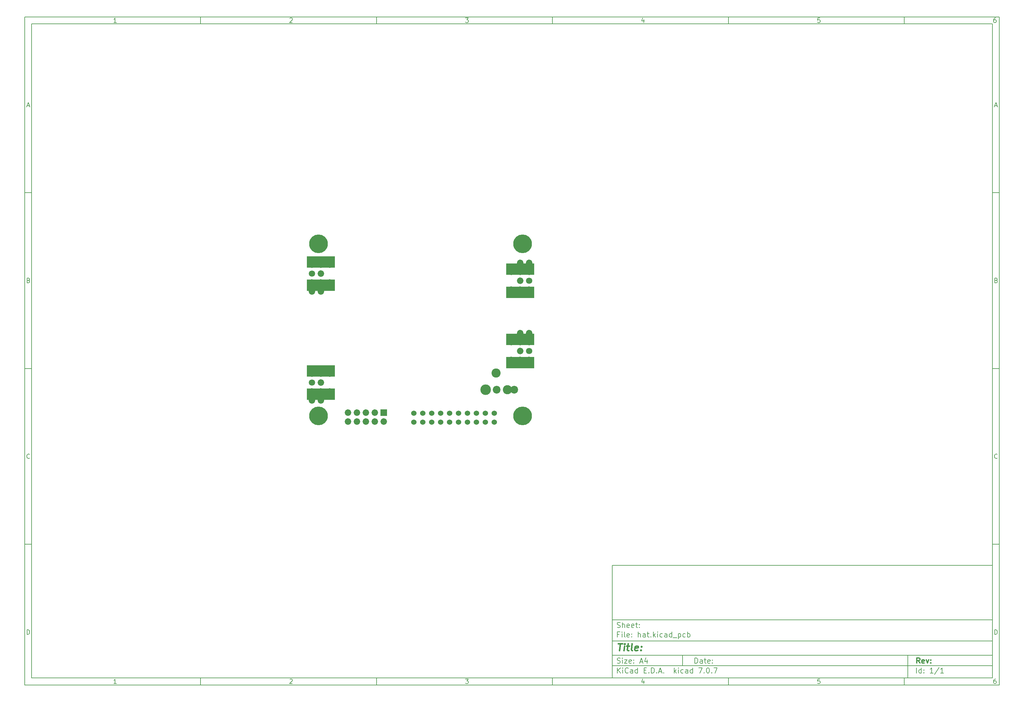
<source format=gbs>
%TF.GenerationSoftware,KiCad,Pcbnew,7.0.7*%
%TF.CreationDate,2023-12-26T13:29:34+01:00*%
%TF.ProjectId,hat,6861742e-6b69-4636-9164-5f7063625858,rev?*%
%TF.SameCoordinates,Original*%
%TF.FileFunction,Soldermask,Bot*%
%TF.FilePolarity,Negative*%
%FSLAX46Y46*%
G04 Gerber Fmt 4.6, Leading zero omitted, Abs format (unit mm)*
G04 Created by KiCad (PCBNEW 7.0.7) date 2023-12-26 13:29:34*
%MOMM*%
%LPD*%
G01*
G04 APERTURE LIST*
%ADD10C,0.100000*%
%ADD11C,0.150000*%
%ADD12C,0.300000*%
%ADD13C,0.400000*%
%ADD14C,1.800000*%
%ADD15C,1.850000*%
%ADD16R,8.000000X3.300000*%
%ADD17C,5.300000*%
%ADD18C,2.200000*%
%ADD19C,3.000000*%
%ADD20C,2.600000*%
%ADD21R,1.850000X1.850000*%
%ADD22C,1.524000*%
G04 APERTURE END LIST*
D10*
D11*
X177002200Y-166007200D02*
X285002200Y-166007200D01*
X285002200Y-198007200D01*
X177002200Y-198007200D01*
X177002200Y-166007200D01*
D10*
D11*
X10000000Y-10000000D02*
X287002200Y-10000000D01*
X287002200Y-200007200D01*
X10000000Y-200007200D01*
X10000000Y-10000000D01*
D10*
D11*
X12000000Y-12000000D02*
X285002200Y-12000000D01*
X285002200Y-198007200D01*
X12000000Y-198007200D01*
X12000000Y-12000000D01*
D10*
D11*
X60000000Y-12000000D02*
X60000000Y-10000000D01*
D10*
D11*
X110000000Y-12000000D02*
X110000000Y-10000000D01*
D10*
D11*
X160000000Y-12000000D02*
X160000000Y-10000000D01*
D10*
D11*
X210000000Y-12000000D02*
X210000000Y-10000000D01*
D10*
D11*
X260000000Y-12000000D02*
X260000000Y-10000000D01*
D10*
D11*
X36089160Y-11593604D02*
X35346303Y-11593604D01*
X35717731Y-11593604D02*
X35717731Y-10293604D01*
X35717731Y-10293604D02*
X35593922Y-10479319D01*
X35593922Y-10479319D02*
X35470112Y-10603128D01*
X35470112Y-10603128D02*
X35346303Y-10665033D01*
D10*
D11*
X85346303Y-10417414D02*
X85408207Y-10355509D01*
X85408207Y-10355509D02*
X85532017Y-10293604D01*
X85532017Y-10293604D02*
X85841541Y-10293604D01*
X85841541Y-10293604D02*
X85965350Y-10355509D01*
X85965350Y-10355509D02*
X86027255Y-10417414D01*
X86027255Y-10417414D02*
X86089160Y-10541223D01*
X86089160Y-10541223D02*
X86089160Y-10665033D01*
X86089160Y-10665033D02*
X86027255Y-10850747D01*
X86027255Y-10850747D02*
X85284398Y-11593604D01*
X85284398Y-11593604D02*
X86089160Y-11593604D01*
D10*
D11*
X135284398Y-10293604D02*
X136089160Y-10293604D01*
X136089160Y-10293604D02*
X135655826Y-10788842D01*
X135655826Y-10788842D02*
X135841541Y-10788842D01*
X135841541Y-10788842D02*
X135965350Y-10850747D01*
X135965350Y-10850747D02*
X136027255Y-10912652D01*
X136027255Y-10912652D02*
X136089160Y-11036461D01*
X136089160Y-11036461D02*
X136089160Y-11345985D01*
X136089160Y-11345985D02*
X136027255Y-11469795D01*
X136027255Y-11469795D02*
X135965350Y-11531700D01*
X135965350Y-11531700D02*
X135841541Y-11593604D01*
X135841541Y-11593604D02*
X135470112Y-11593604D01*
X135470112Y-11593604D02*
X135346303Y-11531700D01*
X135346303Y-11531700D02*
X135284398Y-11469795D01*
D10*
D11*
X185965350Y-10726938D02*
X185965350Y-11593604D01*
X185655826Y-10231700D02*
X185346303Y-11160271D01*
X185346303Y-11160271D02*
X186151064Y-11160271D01*
D10*
D11*
X236027255Y-10293604D02*
X235408207Y-10293604D01*
X235408207Y-10293604D02*
X235346303Y-10912652D01*
X235346303Y-10912652D02*
X235408207Y-10850747D01*
X235408207Y-10850747D02*
X235532017Y-10788842D01*
X235532017Y-10788842D02*
X235841541Y-10788842D01*
X235841541Y-10788842D02*
X235965350Y-10850747D01*
X235965350Y-10850747D02*
X236027255Y-10912652D01*
X236027255Y-10912652D02*
X236089160Y-11036461D01*
X236089160Y-11036461D02*
X236089160Y-11345985D01*
X236089160Y-11345985D02*
X236027255Y-11469795D01*
X236027255Y-11469795D02*
X235965350Y-11531700D01*
X235965350Y-11531700D02*
X235841541Y-11593604D01*
X235841541Y-11593604D02*
X235532017Y-11593604D01*
X235532017Y-11593604D02*
X235408207Y-11531700D01*
X235408207Y-11531700D02*
X235346303Y-11469795D01*
D10*
D11*
X285965350Y-10293604D02*
X285717731Y-10293604D01*
X285717731Y-10293604D02*
X285593922Y-10355509D01*
X285593922Y-10355509D02*
X285532017Y-10417414D01*
X285532017Y-10417414D02*
X285408207Y-10603128D01*
X285408207Y-10603128D02*
X285346303Y-10850747D01*
X285346303Y-10850747D02*
X285346303Y-11345985D01*
X285346303Y-11345985D02*
X285408207Y-11469795D01*
X285408207Y-11469795D02*
X285470112Y-11531700D01*
X285470112Y-11531700D02*
X285593922Y-11593604D01*
X285593922Y-11593604D02*
X285841541Y-11593604D01*
X285841541Y-11593604D02*
X285965350Y-11531700D01*
X285965350Y-11531700D02*
X286027255Y-11469795D01*
X286027255Y-11469795D02*
X286089160Y-11345985D01*
X286089160Y-11345985D02*
X286089160Y-11036461D01*
X286089160Y-11036461D02*
X286027255Y-10912652D01*
X286027255Y-10912652D02*
X285965350Y-10850747D01*
X285965350Y-10850747D02*
X285841541Y-10788842D01*
X285841541Y-10788842D02*
X285593922Y-10788842D01*
X285593922Y-10788842D02*
X285470112Y-10850747D01*
X285470112Y-10850747D02*
X285408207Y-10912652D01*
X285408207Y-10912652D02*
X285346303Y-11036461D01*
D10*
D11*
X60000000Y-198007200D02*
X60000000Y-200007200D01*
D10*
D11*
X110000000Y-198007200D02*
X110000000Y-200007200D01*
D10*
D11*
X160000000Y-198007200D02*
X160000000Y-200007200D01*
D10*
D11*
X210000000Y-198007200D02*
X210000000Y-200007200D01*
D10*
D11*
X260000000Y-198007200D02*
X260000000Y-200007200D01*
D10*
D11*
X36089160Y-199600804D02*
X35346303Y-199600804D01*
X35717731Y-199600804D02*
X35717731Y-198300804D01*
X35717731Y-198300804D02*
X35593922Y-198486519D01*
X35593922Y-198486519D02*
X35470112Y-198610328D01*
X35470112Y-198610328D02*
X35346303Y-198672233D01*
D10*
D11*
X85346303Y-198424614D02*
X85408207Y-198362709D01*
X85408207Y-198362709D02*
X85532017Y-198300804D01*
X85532017Y-198300804D02*
X85841541Y-198300804D01*
X85841541Y-198300804D02*
X85965350Y-198362709D01*
X85965350Y-198362709D02*
X86027255Y-198424614D01*
X86027255Y-198424614D02*
X86089160Y-198548423D01*
X86089160Y-198548423D02*
X86089160Y-198672233D01*
X86089160Y-198672233D02*
X86027255Y-198857947D01*
X86027255Y-198857947D02*
X85284398Y-199600804D01*
X85284398Y-199600804D02*
X86089160Y-199600804D01*
D10*
D11*
X135284398Y-198300804D02*
X136089160Y-198300804D01*
X136089160Y-198300804D02*
X135655826Y-198796042D01*
X135655826Y-198796042D02*
X135841541Y-198796042D01*
X135841541Y-198796042D02*
X135965350Y-198857947D01*
X135965350Y-198857947D02*
X136027255Y-198919852D01*
X136027255Y-198919852D02*
X136089160Y-199043661D01*
X136089160Y-199043661D02*
X136089160Y-199353185D01*
X136089160Y-199353185D02*
X136027255Y-199476995D01*
X136027255Y-199476995D02*
X135965350Y-199538900D01*
X135965350Y-199538900D02*
X135841541Y-199600804D01*
X135841541Y-199600804D02*
X135470112Y-199600804D01*
X135470112Y-199600804D02*
X135346303Y-199538900D01*
X135346303Y-199538900D02*
X135284398Y-199476995D01*
D10*
D11*
X185965350Y-198734138D02*
X185965350Y-199600804D01*
X185655826Y-198238900D02*
X185346303Y-199167471D01*
X185346303Y-199167471D02*
X186151064Y-199167471D01*
D10*
D11*
X236027255Y-198300804D02*
X235408207Y-198300804D01*
X235408207Y-198300804D02*
X235346303Y-198919852D01*
X235346303Y-198919852D02*
X235408207Y-198857947D01*
X235408207Y-198857947D02*
X235532017Y-198796042D01*
X235532017Y-198796042D02*
X235841541Y-198796042D01*
X235841541Y-198796042D02*
X235965350Y-198857947D01*
X235965350Y-198857947D02*
X236027255Y-198919852D01*
X236027255Y-198919852D02*
X236089160Y-199043661D01*
X236089160Y-199043661D02*
X236089160Y-199353185D01*
X236089160Y-199353185D02*
X236027255Y-199476995D01*
X236027255Y-199476995D02*
X235965350Y-199538900D01*
X235965350Y-199538900D02*
X235841541Y-199600804D01*
X235841541Y-199600804D02*
X235532017Y-199600804D01*
X235532017Y-199600804D02*
X235408207Y-199538900D01*
X235408207Y-199538900D02*
X235346303Y-199476995D01*
D10*
D11*
X285965350Y-198300804D02*
X285717731Y-198300804D01*
X285717731Y-198300804D02*
X285593922Y-198362709D01*
X285593922Y-198362709D02*
X285532017Y-198424614D01*
X285532017Y-198424614D02*
X285408207Y-198610328D01*
X285408207Y-198610328D02*
X285346303Y-198857947D01*
X285346303Y-198857947D02*
X285346303Y-199353185D01*
X285346303Y-199353185D02*
X285408207Y-199476995D01*
X285408207Y-199476995D02*
X285470112Y-199538900D01*
X285470112Y-199538900D02*
X285593922Y-199600804D01*
X285593922Y-199600804D02*
X285841541Y-199600804D01*
X285841541Y-199600804D02*
X285965350Y-199538900D01*
X285965350Y-199538900D02*
X286027255Y-199476995D01*
X286027255Y-199476995D02*
X286089160Y-199353185D01*
X286089160Y-199353185D02*
X286089160Y-199043661D01*
X286089160Y-199043661D02*
X286027255Y-198919852D01*
X286027255Y-198919852D02*
X285965350Y-198857947D01*
X285965350Y-198857947D02*
X285841541Y-198796042D01*
X285841541Y-198796042D02*
X285593922Y-198796042D01*
X285593922Y-198796042D02*
X285470112Y-198857947D01*
X285470112Y-198857947D02*
X285408207Y-198919852D01*
X285408207Y-198919852D02*
X285346303Y-199043661D01*
D10*
D11*
X10000000Y-60000000D02*
X12000000Y-60000000D01*
D10*
D11*
X10000000Y-110000000D02*
X12000000Y-110000000D01*
D10*
D11*
X10000000Y-160000000D02*
X12000000Y-160000000D01*
D10*
D11*
X10690476Y-35222176D02*
X11309523Y-35222176D01*
X10566666Y-35593604D02*
X10999999Y-34293604D01*
X10999999Y-34293604D02*
X11433333Y-35593604D01*
D10*
D11*
X11092857Y-84912652D02*
X11278571Y-84974557D01*
X11278571Y-84974557D02*
X11340476Y-85036461D01*
X11340476Y-85036461D02*
X11402380Y-85160271D01*
X11402380Y-85160271D02*
X11402380Y-85345985D01*
X11402380Y-85345985D02*
X11340476Y-85469795D01*
X11340476Y-85469795D02*
X11278571Y-85531700D01*
X11278571Y-85531700D02*
X11154761Y-85593604D01*
X11154761Y-85593604D02*
X10659523Y-85593604D01*
X10659523Y-85593604D02*
X10659523Y-84293604D01*
X10659523Y-84293604D02*
X11092857Y-84293604D01*
X11092857Y-84293604D02*
X11216666Y-84355509D01*
X11216666Y-84355509D02*
X11278571Y-84417414D01*
X11278571Y-84417414D02*
X11340476Y-84541223D01*
X11340476Y-84541223D02*
X11340476Y-84665033D01*
X11340476Y-84665033D02*
X11278571Y-84788842D01*
X11278571Y-84788842D02*
X11216666Y-84850747D01*
X11216666Y-84850747D02*
X11092857Y-84912652D01*
X11092857Y-84912652D02*
X10659523Y-84912652D01*
D10*
D11*
X11402380Y-135469795D02*
X11340476Y-135531700D01*
X11340476Y-135531700D02*
X11154761Y-135593604D01*
X11154761Y-135593604D02*
X11030952Y-135593604D01*
X11030952Y-135593604D02*
X10845238Y-135531700D01*
X10845238Y-135531700D02*
X10721428Y-135407890D01*
X10721428Y-135407890D02*
X10659523Y-135284080D01*
X10659523Y-135284080D02*
X10597619Y-135036461D01*
X10597619Y-135036461D02*
X10597619Y-134850747D01*
X10597619Y-134850747D02*
X10659523Y-134603128D01*
X10659523Y-134603128D02*
X10721428Y-134479319D01*
X10721428Y-134479319D02*
X10845238Y-134355509D01*
X10845238Y-134355509D02*
X11030952Y-134293604D01*
X11030952Y-134293604D02*
X11154761Y-134293604D01*
X11154761Y-134293604D02*
X11340476Y-134355509D01*
X11340476Y-134355509D02*
X11402380Y-134417414D01*
D10*
D11*
X10659523Y-185593604D02*
X10659523Y-184293604D01*
X10659523Y-184293604D02*
X10969047Y-184293604D01*
X10969047Y-184293604D02*
X11154761Y-184355509D01*
X11154761Y-184355509D02*
X11278571Y-184479319D01*
X11278571Y-184479319D02*
X11340476Y-184603128D01*
X11340476Y-184603128D02*
X11402380Y-184850747D01*
X11402380Y-184850747D02*
X11402380Y-185036461D01*
X11402380Y-185036461D02*
X11340476Y-185284080D01*
X11340476Y-185284080D02*
X11278571Y-185407890D01*
X11278571Y-185407890D02*
X11154761Y-185531700D01*
X11154761Y-185531700D02*
X10969047Y-185593604D01*
X10969047Y-185593604D02*
X10659523Y-185593604D01*
D10*
D11*
X287002200Y-60000000D02*
X285002200Y-60000000D01*
D10*
D11*
X287002200Y-110000000D02*
X285002200Y-110000000D01*
D10*
D11*
X287002200Y-160000000D02*
X285002200Y-160000000D01*
D10*
D11*
X285692676Y-35222176D02*
X286311723Y-35222176D01*
X285568866Y-35593604D02*
X286002199Y-34293604D01*
X286002199Y-34293604D02*
X286435533Y-35593604D01*
D10*
D11*
X286095057Y-84912652D02*
X286280771Y-84974557D01*
X286280771Y-84974557D02*
X286342676Y-85036461D01*
X286342676Y-85036461D02*
X286404580Y-85160271D01*
X286404580Y-85160271D02*
X286404580Y-85345985D01*
X286404580Y-85345985D02*
X286342676Y-85469795D01*
X286342676Y-85469795D02*
X286280771Y-85531700D01*
X286280771Y-85531700D02*
X286156961Y-85593604D01*
X286156961Y-85593604D02*
X285661723Y-85593604D01*
X285661723Y-85593604D02*
X285661723Y-84293604D01*
X285661723Y-84293604D02*
X286095057Y-84293604D01*
X286095057Y-84293604D02*
X286218866Y-84355509D01*
X286218866Y-84355509D02*
X286280771Y-84417414D01*
X286280771Y-84417414D02*
X286342676Y-84541223D01*
X286342676Y-84541223D02*
X286342676Y-84665033D01*
X286342676Y-84665033D02*
X286280771Y-84788842D01*
X286280771Y-84788842D02*
X286218866Y-84850747D01*
X286218866Y-84850747D02*
X286095057Y-84912652D01*
X286095057Y-84912652D02*
X285661723Y-84912652D01*
D10*
D11*
X286404580Y-135469795D02*
X286342676Y-135531700D01*
X286342676Y-135531700D02*
X286156961Y-135593604D01*
X286156961Y-135593604D02*
X286033152Y-135593604D01*
X286033152Y-135593604D02*
X285847438Y-135531700D01*
X285847438Y-135531700D02*
X285723628Y-135407890D01*
X285723628Y-135407890D02*
X285661723Y-135284080D01*
X285661723Y-135284080D02*
X285599819Y-135036461D01*
X285599819Y-135036461D02*
X285599819Y-134850747D01*
X285599819Y-134850747D02*
X285661723Y-134603128D01*
X285661723Y-134603128D02*
X285723628Y-134479319D01*
X285723628Y-134479319D02*
X285847438Y-134355509D01*
X285847438Y-134355509D02*
X286033152Y-134293604D01*
X286033152Y-134293604D02*
X286156961Y-134293604D01*
X286156961Y-134293604D02*
X286342676Y-134355509D01*
X286342676Y-134355509D02*
X286404580Y-134417414D01*
D10*
D11*
X285661723Y-185593604D02*
X285661723Y-184293604D01*
X285661723Y-184293604D02*
X285971247Y-184293604D01*
X285971247Y-184293604D02*
X286156961Y-184355509D01*
X286156961Y-184355509D02*
X286280771Y-184479319D01*
X286280771Y-184479319D02*
X286342676Y-184603128D01*
X286342676Y-184603128D02*
X286404580Y-184850747D01*
X286404580Y-184850747D02*
X286404580Y-185036461D01*
X286404580Y-185036461D02*
X286342676Y-185284080D01*
X286342676Y-185284080D02*
X286280771Y-185407890D01*
X286280771Y-185407890D02*
X286156961Y-185531700D01*
X286156961Y-185531700D02*
X285971247Y-185593604D01*
X285971247Y-185593604D02*
X285661723Y-185593604D01*
D10*
D11*
X200458026Y-193793328D02*
X200458026Y-192293328D01*
X200458026Y-192293328D02*
X200815169Y-192293328D01*
X200815169Y-192293328D02*
X201029455Y-192364757D01*
X201029455Y-192364757D02*
X201172312Y-192507614D01*
X201172312Y-192507614D02*
X201243741Y-192650471D01*
X201243741Y-192650471D02*
X201315169Y-192936185D01*
X201315169Y-192936185D02*
X201315169Y-193150471D01*
X201315169Y-193150471D02*
X201243741Y-193436185D01*
X201243741Y-193436185D02*
X201172312Y-193579042D01*
X201172312Y-193579042D02*
X201029455Y-193721900D01*
X201029455Y-193721900D02*
X200815169Y-193793328D01*
X200815169Y-193793328D02*
X200458026Y-193793328D01*
X202600884Y-193793328D02*
X202600884Y-193007614D01*
X202600884Y-193007614D02*
X202529455Y-192864757D01*
X202529455Y-192864757D02*
X202386598Y-192793328D01*
X202386598Y-192793328D02*
X202100884Y-192793328D01*
X202100884Y-192793328D02*
X201958026Y-192864757D01*
X202600884Y-193721900D02*
X202458026Y-193793328D01*
X202458026Y-193793328D02*
X202100884Y-193793328D01*
X202100884Y-193793328D02*
X201958026Y-193721900D01*
X201958026Y-193721900D02*
X201886598Y-193579042D01*
X201886598Y-193579042D02*
X201886598Y-193436185D01*
X201886598Y-193436185D02*
X201958026Y-193293328D01*
X201958026Y-193293328D02*
X202100884Y-193221900D01*
X202100884Y-193221900D02*
X202458026Y-193221900D01*
X202458026Y-193221900D02*
X202600884Y-193150471D01*
X203100884Y-192793328D02*
X203672312Y-192793328D01*
X203315169Y-192293328D02*
X203315169Y-193579042D01*
X203315169Y-193579042D02*
X203386598Y-193721900D01*
X203386598Y-193721900D02*
X203529455Y-193793328D01*
X203529455Y-193793328D02*
X203672312Y-193793328D01*
X204743741Y-193721900D02*
X204600884Y-193793328D01*
X204600884Y-193793328D02*
X204315170Y-193793328D01*
X204315170Y-193793328D02*
X204172312Y-193721900D01*
X204172312Y-193721900D02*
X204100884Y-193579042D01*
X204100884Y-193579042D02*
X204100884Y-193007614D01*
X204100884Y-193007614D02*
X204172312Y-192864757D01*
X204172312Y-192864757D02*
X204315170Y-192793328D01*
X204315170Y-192793328D02*
X204600884Y-192793328D01*
X204600884Y-192793328D02*
X204743741Y-192864757D01*
X204743741Y-192864757D02*
X204815170Y-193007614D01*
X204815170Y-193007614D02*
X204815170Y-193150471D01*
X204815170Y-193150471D02*
X204100884Y-193293328D01*
X205458026Y-193650471D02*
X205529455Y-193721900D01*
X205529455Y-193721900D02*
X205458026Y-193793328D01*
X205458026Y-193793328D02*
X205386598Y-193721900D01*
X205386598Y-193721900D02*
X205458026Y-193650471D01*
X205458026Y-193650471D02*
X205458026Y-193793328D01*
X205458026Y-192864757D02*
X205529455Y-192936185D01*
X205529455Y-192936185D02*
X205458026Y-193007614D01*
X205458026Y-193007614D02*
X205386598Y-192936185D01*
X205386598Y-192936185D02*
X205458026Y-192864757D01*
X205458026Y-192864757D02*
X205458026Y-193007614D01*
D10*
D11*
X177002200Y-194507200D02*
X285002200Y-194507200D01*
D10*
D11*
X178458026Y-196593328D02*
X178458026Y-195093328D01*
X179315169Y-196593328D02*
X178672312Y-195736185D01*
X179315169Y-195093328D02*
X178458026Y-195950471D01*
X179958026Y-196593328D02*
X179958026Y-195593328D01*
X179958026Y-195093328D02*
X179886598Y-195164757D01*
X179886598Y-195164757D02*
X179958026Y-195236185D01*
X179958026Y-195236185D02*
X180029455Y-195164757D01*
X180029455Y-195164757D02*
X179958026Y-195093328D01*
X179958026Y-195093328D02*
X179958026Y-195236185D01*
X181529455Y-196450471D02*
X181458027Y-196521900D01*
X181458027Y-196521900D02*
X181243741Y-196593328D01*
X181243741Y-196593328D02*
X181100884Y-196593328D01*
X181100884Y-196593328D02*
X180886598Y-196521900D01*
X180886598Y-196521900D02*
X180743741Y-196379042D01*
X180743741Y-196379042D02*
X180672312Y-196236185D01*
X180672312Y-196236185D02*
X180600884Y-195950471D01*
X180600884Y-195950471D02*
X180600884Y-195736185D01*
X180600884Y-195736185D02*
X180672312Y-195450471D01*
X180672312Y-195450471D02*
X180743741Y-195307614D01*
X180743741Y-195307614D02*
X180886598Y-195164757D01*
X180886598Y-195164757D02*
X181100884Y-195093328D01*
X181100884Y-195093328D02*
X181243741Y-195093328D01*
X181243741Y-195093328D02*
X181458027Y-195164757D01*
X181458027Y-195164757D02*
X181529455Y-195236185D01*
X182815170Y-196593328D02*
X182815170Y-195807614D01*
X182815170Y-195807614D02*
X182743741Y-195664757D01*
X182743741Y-195664757D02*
X182600884Y-195593328D01*
X182600884Y-195593328D02*
X182315170Y-195593328D01*
X182315170Y-195593328D02*
X182172312Y-195664757D01*
X182815170Y-196521900D02*
X182672312Y-196593328D01*
X182672312Y-196593328D02*
X182315170Y-196593328D01*
X182315170Y-196593328D02*
X182172312Y-196521900D01*
X182172312Y-196521900D02*
X182100884Y-196379042D01*
X182100884Y-196379042D02*
X182100884Y-196236185D01*
X182100884Y-196236185D02*
X182172312Y-196093328D01*
X182172312Y-196093328D02*
X182315170Y-196021900D01*
X182315170Y-196021900D02*
X182672312Y-196021900D01*
X182672312Y-196021900D02*
X182815170Y-195950471D01*
X184172313Y-196593328D02*
X184172313Y-195093328D01*
X184172313Y-196521900D02*
X184029455Y-196593328D01*
X184029455Y-196593328D02*
X183743741Y-196593328D01*
X183743741Y-196593328D02*
X183600884Y-196521900D01*
X183600884Y-196521900D02*
X183529455Y-196450471D01*
X183529455Y-196450471D02*
X183458027Y-196307614D01*
X183458027Y-196307614D02*
X183458027Y-195879042D01*
X183458027Y-195879042D02*
X183529455Y-195736185D01*
X183529455Y-195736185D02*
X183600884Y-195664757D01*
X183600884Y-195664757D02*
X183743741Y-195593328D01*
X183743741Y-195593328D02*
X184029455Y-195593328D01*
X184029455Y-195593328D02*
X184172313Y-195664757D01*
X186029455Y-195807614D02*
X186529455Y-195807614D01*
X186743741Y-196593328D02*
X186029455Y-196593328D01*
X186029455Y-196593328D02*
X186029455Y-195093328D01*
X186029455Y-195093328D02*
X186743741Y-195093328D01*
X187386598Y-196450471D02*
X187458027Y-196521900D01*
X187458027Y-196521900D02*
X187386598Y-196593328D01*
X187386598Y-196593328D02*
X187315170Y-196521900D01*
X187315170Y-196521900D02*
X187386598Y-196450471D01*
X187386598Y-196450471D02*
X187386598Y-196593328D01*
X188100884Y-196593328D02*
X188100884Y-195093328D01*
X188100884Y-195093328D02*
X188458027Y-195093328D01*
X188458027Y-195093328D02*
X188672313Y-195164757D01*
X188672313Y-195164757D02*
X188815170Y-195307614D01*
X188815170Y-195307614D02*
X188886599Y-195450471D01*
X188886599Y-195450471D02*
X188958027Y-195736185D01*
X188958027Y-195736185D02*
X188958027Y-195950471D01*
X188958027Y-195950471D02*
X188886599Y-196236185D01*
X188886599Y-196236185D02*
X188815170Y-196379042D01*
X188815170Y-196379042D02*
X188672313Y-196521900D01*
X188672313Y-196521900D02*
X188458027Y-196593328D01*
X188458027Y-196593328D02*
X188100884Y-196593328D01*
X189600884Y-196450471D02*
X189672313Y-196521900D01*
X189672313Y-196521900D02*
X189600884Y-196593328D01*
X189600884Y-196593328D02*
X189529456Y-196521900D01*
X189529456Y-196521900D02*
X189600884Y-196450471D01*
X189600884Y-196450471D02*
X189600884Y-196593328D01*
X190243742Y-196164757D02*
X190958028Y-196164757D01*
X190100885Y-196593328D02*
X190600885Y-195093328D01*
X190600885Y-195093328D02*
X191100885Y-196593328D01*
X191600884Y-196450471D02*
X191672313Y-196521900D01*
X191672313Y-196521900D02*
X191600884Y-196593328D01*
X191600884Y-196593328D02*
X191529456Y-196521900D01*
X191529456Y-196521900D02*
X191600884Y-196450471D01*
X191600884Y-196450471D02*
X191600884Y-196593328D01*
X194600884Y-196593328D02*
X194600884Y-195093328D01*
X194743742Y-196021900D02*
X195172313Y-196593328D01*
X195172313Y-195593328D02*
X194600884Y-196164757D01*
X195815170Y-196593328D02*
X195815170Y-195593328D01*
X195815170Y-195093328D02*
X195743742Y-195164757D01*
X195743742Y-195164757D02*
X195815170Y-195236185D01*
X195815170Y-195236185D02*
X195886599Y-195164757D01*
X195886599Y-195164757D02*
X195815170Y-195093328D01*
X195815170Y-195093328D02*
X195815170Y-195236185D01*
X197172314Y-196521900D02*
X197029456Y-196593328D01*
X197029456Y-196593328D02*
X196743742Y-196593328D01*
X196743742Y-196593328D02*
X196600885Y-196521900D01*
X196600885Y-196521900D02*
X196529456Y-196450471D01*
X196529456Y-196450471D02*
X196458028Y-196307614D01*
X196458028Y-196307614D02*
X196458028Y-195879042D01*
X196458028Y-195879042D02*
X196529456Y-195736185D01*
X196529456Y-195736185D02*
X196600885Y-195664757D01*
X196600885Y-195664757D02*
X196743742Y-195593328D01*
X196743742Y-195593328D02*
X197029456Y-195593328D01*
X197029456Y-195593328D02*
X197172314Y-195664757D01*
X198458028Y-196593328D02*
X198458028Y-195807614D01*
X198458028Y-195807614D02*
X198386599Y-195664757D01*
X198386599Y-195664757D02*
X198243742Y-195593328D01*
X198243742Y-195593328D02*
X197958028Y-195593328D01*
X197958028Y-195593328D02*
X197815170Y-195664757D01*
X198458028Y-196521900D02*
X198315170Y-196593328D01*
X198315170Y-196593328D02*
X197958028Y-196593328D01*
X197958028Y-196593328D02*
X197815170Y-196521900D01*
X197815170Y-196521900D02*
X197743742Y-196379042D01*
X197743742Y-196379042D02*
X197743742Y-196236185D01*
X197743742Y-196236185D02*
X197815170Y-196093328D01*
X197815170Y-196093328D02*
X197958028Y-196021900D01*
X197958028Y-196021900D02*
X198315170Y-196021900D01*
X198315170Y-196021900D02*
X198458028Y-195950471D01*
X199815171Y-196593328D02*
X199815171Y-195093328D01*
X199815171Y-196521900D02*
X199672313Y-196593328D01*
X199672313Y-196593328D02*
X199386599Y-196593328D01*
X199386599Y-196593328D02*
X199243742Y-196521900D01*
X199243742Y-196521900D02*
X199172313Y-196450471D01*
X199172313Y-196450471D02*
X199100885Y-196307614D01*
X199100885Y-196307614D02*
X199100885Y-195879042D01*
X199100885Y-195879042D02*
X199172313Y-195736185D01*
X199172313Y-195736185D02*
X199243742Y-195664757D01*
X199243742Y-195664757D02*
X199386599Y-195593328D01*
X199386599Y-195593328D02*
X199672313Y-195593328D01*
X199672313Y-195593328D02*
X199815171Y-195664757D01*
X201529456Y-195093328D02*
X202529456Y-195093328D01*
X202529456Y-195093328D02*
X201886599Y-196593328D01*
X203100884Y-196450471D02*
X203172313Y-196521900D01*
X203172313Y-196521900D02*
X203100884Y-196593328D01*
X203100884Y-196593328D02*
X203029456Y-196521900D01*
X203029456Y-196521900D02*
X203100884Y-196450471D01*
X203100884Y-196450471D02*
X203100884Y-196593328D01*
X204100885Y-195093328D02*
X204243742Y-195093328D01*
X204243742Y-195093328D02*
X204386599Y-195164757D01*
X204386599Y-195164757D02*
X204458028Y-195236185D01*
X204458028Y-195236185D02*
X204529456Y-195379042D01*
X204529456Y-195379042D02*
X204600885Y-195664757D01*
X204600885Y-195664757D02*
X204600885Y-196021900D01*
X204600885Y-196021900D02*
X204529456Y-196307614D01*
X204529456Y-196307614D02*
X204458028Y-196450471D01*
X204458028Y-196450471D02*
X204386599Y-196521900D01*
X204386599Y-196521900D02*
X204243742Y-196593328D01*
X204243742Y-196593328D02*
X204100885Y-196593328D01*
X204100885Y-196593328D02*
X203958028Y-196521900D01*
X203958028Y-196521900D02*
X203886599Y-196450471D01*
X203886599Y-196450471D02*
X203815170Y-196307614D01*
X203815170Y-196307614D02*
X203743742Y-196021900D01*
X203743742Y-196021900D02*
X203743742Y-195664757D01*
X203743742Y-195664757D02*
X203815170Y-195379042D01*
X203815170Y-195379042D02*
X203886599Y-195236185D01*
X203886599Y-195236185D02*
X203958028Y-195164757D01*
X203958028Y-195164757D02*
X204100885Y-195093328D01*
X205243741Y-196450471D02*
X205315170Y-196521900D01*
X205315170Y-196521900D02*
X205243741Y-196593328D01*
X205243741Y-196593328D02*
X205172313Y-196521900D01*
X205172313Y-196521900D02*
X205243741Y-196450471D01*
X205243741Y-196450471D02*
X205243741Y-196593328D01*
X205815170Y-195093328D02*
X206815170Y-195093328D01*
X206815170Y-195093328D02*
X206172313Y-196593328D01*
D10*
D11*
X177002200Y-191507200D02*
X285002200Y-191507200D01*
D10*
D12*
X264413853Y-193785528D02*
X263913853Y-193071242D01*
X263556710Y-193785528D02*
X263556710Y-192285528D01*
X263556710Y-192285528D02*
X264128139Y-192285528D01*
X264128139Y-192285528D02*
X264270996Y-192356957D01*
X264270996Y-192356957D02*
X264342425Y-192428385D01*
X264342425Y-192428385D02*
X264413853Y-192571242D01*
X264413853Y-192571242D02*
X264413853Y-192785528D01*
X264413853Y-192785528D02*
X264342425Y-192928385D01*
X264342425Y-192928385D02*
X264270996Y-192999814D01*
X264270996Y-192999814D02*
X264128139Y-193071242D01*
X264128139Y-193071242D02*
X263556710Y-193071242D01*
X265628139Y-193714100D02*
X265485282Y-193785528D01*
X265485282Y-193785528D02*
X265199568Y-193785528D01*
X265199568Y-193785528D02*
X265056710Y-193714100D01*
X265056710Y-193714100D02*
X264985282Y-193571242D01*
X264985282Y-193571242D02*
X264985282Y-192999814D01*
X264985282Y-192999814D02*
X265056710Y-192856957D01*
X265056710Y-192856957D02*
X265199568Y-192785528D01*
X265199568Y-192785528D02*
X265485282Y-192785528D01*
X265485282Y-192785528D02*
X265628139Y-192856957D01*
X265628139Y-192856957D02*
X265699568Y-192999814D01*
X265699568Y-192999814D02*
X265699568Y-193142671D01*
X265699568Y-193142671D02*
X264985282Y-193285528D01*
X266199567Y-192785528D02*
X266556710Y-193785528D01*
X266556710Y-193785528D02*
X266913853Y-192785528D01*
X267485281Y-193642671D02*
X267556710Y-193714100D01*
X267556710Y-193714100D02*
X267485281Y-193785528D01*
X267485281Y-193785528D02*
X267413853Y-193714100D01*
X267413853Y-193714100D02*
X267485281Y-193642671D01*
X267485281Y-193642671D02*
X267485281Y-193785528D01*
X267485281Y-192856957D02*
X267556710Y-192928385D01*
X267556710Y-192928385D02*
X267485281Y-192999814D01*
X267485281Y-192999814D02*
X267413853Y-192928385D01*
X267413853Y-192928385D02*
X267485281Y-192856957D01*
X267485281Y-192856957D02*
X267485281Y-192999814D01*
D10*
D11*
X178386598Y-193721900D02*
X178600884Y-193793328D01*
X178600884Y-193793328D02*
X178958026Y-193793328D01*
X178958026Y-193793328D02*
X179100884Y-193721900D01*
X179100884Y-193721900D02*
X179172312Y-193650471D01*
X179172312Y-193650471D02*
X179243741Y-193507614D01*
X179243741Y-193507614D02*
X179243741Y-193364757D01*
X179243741Y-193364757D02*
X179172312Y-193221900D01*
X179172312Y-193221900D02*
X179100884Y-193150471D01*
X179100884Y-193150471D02*
X178958026Y-193079042D01*
X178958026Y-193079042D02*
X178672312Y-193007614D01*
X178672312Y-193007614D02*
X178529455Y-192936185D01*
X178529455Y-192936185D02*
X178458026Y-192864757D01*
X178458026Y-192864757D02*
X178386598Y-192721900D01*
X178386598Y-192721900D02*
X178386598Y-192579042D01*
X178386598Y-192579042D02*
X178458026Y-192436185D01*
X178458026Y-192436185D02*
X178529455Y-192364757D01*
X178529455Y-192364757D02*
X178672312Y-192293328D01*
X178672312Y-192293328D02*
X179029455Y-192293328D01*
X179029455Y-192293328D02*
X179243741Y-192364757D01*
X179886597Y-193793328D02*
X179886597Y-192793328D01*
X179886597Y-192293328D02*
X179815169Y-192364757D01*
X179815169Y-192364757D02*
X179886597Y-192436185D01*
X179886597Y-192436185D02*
X179958026Y-192364757D01*
X179958026Y-192364757D02*
X179886597Y-192293328D01*
X179886597Y-192293328D02*
X179886597Y-192436185D01*
X180458026Y-192793328D02*
X181243741Y-192793328D01*
X181243741Y-192793328D02*
X180458026Y-193793328D01*
X180458026Y-193793328D02*
X181243741Y-193793328D01*
X182386598Y-193721900D02*
X182243741Y-193793328D01*
X182243741Y-193793328D02*
X181958027Y-193793328D01*
X181958027Y-193793328D02*
X181815169Y-193721900D01*
X181815169Y-193721900D02*
X181743741Y-193579042D01*
X181743741Y-193579042D02*
X181743741Y-193007614D01*
X181743741Y-193007614D02*
X181815169Y-192864757D01*
X181815169Y-192864757D02*
X181958027Y-192793328D01*
X181958027Y-192793328D02*
X182243741Y-192793328D01*
X182243741Y-192793328D02*
X182386598Y-192864757D01*
X182386598Y-192864757D02*
X182458027Y-193007614D01*
X182458027Y-193007614D02*
X182458027Y-193150471D01*
X182458027Y-193150471D02*
X181743741Y-193293328D01*
X183100883Y-193650471D02*
X183172312Y-193721900D01*
X183172312Y-193721900D02*
X183100883Y-193793328D01*
X183100883Y-193793328D02*
X183029455Y-193721900D01*
X183029455Y-193721900D02*
X183100883Y-193650471D01*
X183100883Y-193650471D02*
X183100883Y-193793328D01*
X183100883Y-192864757D02*
X183172312Y-192936185D01*
X183172312Y-192936185D02*
X183100883Y-193007614D01*
X183100883Y-193007614D02*
X183029455Y-192936185D01*
X183029455Y-192936185D02*
X183100883Y-192864757D01*
X183100883Y-192864757D02*
X183100883Y-193007614D01*
X184886598Y-193364757D02*
X185600884Y-193364757D01*
X184743741Y-193793328D02*
X185243741Y-192293328D01*
X185243741Y-192293328D02*
X185743741Y-193793328D01*
X186886598Y-192793328D02*
X186886598Y-193793328D01*
X186529455Y-192221900D02*
X186172312Y-193293328D01*
X186172312Y-193293328D02*
X187100883Y-193293328D01*
D10*
D11*
X263458026Y-196593328D02*
X263458026Y-195093328D01*
X264815170Y-196593328D02*
X264815170Y-195093328D01*
X264815170Y-196521900D02*
X264672312Y-196593328D01*
X264672312Y-196593328D02*
X264386598Y-196593328D01*
X264386598Y-196593328D02*
X264243741Y-196521900D01*
X264243741Y-196521900D02*
X264172312Y-196450471D01*
X264172312Y-196450471D02*
X264100884Y-196307614D01*
X264100884Y-196307614D02*
X264100884Y-195879042D01*
X264100884Y-195879042D02*
X264172312Y-195736185D01*
X264172312Y-195736185D02*
X264243741Y-195664757D01*
X264243741Y-195664757D02*
X264386598Y-195593328D01*
X264386598Y-195593328D02*
X264672312Y-195593328D01*
X264672312Y-195593328D02*
X264815170Y-195664757D01*
X265529455Y-196450471D02*
X265600884Y-196521900D01*
X265600884Y-196521900D02*
X265529455Y-196593328D01*
X265529455Y-196593328D02*
X265458027Y-196521900D01*
X265458027Y-196521900D02*
X265529455Y-196450471D01*
X265529455Y-196450471D02*
X265529455Y-196593328D01*
X265529455Y-195664757D02*
X265600884Y-195736185D01*
X265600884Y-195736185D02*
X265529455Y-195807614D01*
X265529455Y-195807614D02*
X265458027Y-195736185D01*
X265458027Y-195736185D02*
X265529455Y-195664757D01*
X265529455Y-195664757D02*
X265529455Y-195807614D01*
X268172313Y-196593328D02*
X267315170Y-196593328D01*
X267743741Y-196593328D02*
X267743741Y-195093328D01*
X267743741Y-195093328D02*
X267600884Y-195307614D01*
X267600884Y-195307614D02*
X267458027Y-195450471D01*
X267458027Y-195450471D02*
X267315170Y-195521900D01*
X269886598Y-195021900D02*
X268600884Y-196950471D01*
X271172313Y-196593328D02*
X270315170Y-196593328D01*
X270743741Y-196593328D02*
X270743741Y-195093328D01*
X270743741Y-195093328D02*
X270600884Y-195307614D01*
X270600884Y-195307614D02*
X270458027Y-195450471D01*
X270458027Y-195450471D02*
X270315170Y-195521900D01*
D10*
D11*
X177002200Y-187507200D02*
X285002200Y-187507200D01*
D10*
D13*
X178693928Y-188211638D02*
X179836785Y-188211638D01*
X179015357Y-190211638D02*
X179265357Y-188211638D01*
X180253452Y-190211638D02*
X180420119Y-188878304D01*
X180503452Y-188211638D02*
X180396309Y-188306876D01*
X180396309Y-188306876D02*
X180479643Y-188402114D01*
X180479643Y-188402114D02*
X180586786Y-188306876D01*
X180586786Y-188306876D02*
X180503452Y-188211638D01*
X180503452Y-188211638D02*
X180479643Y-188402114D01*
X181086786Y-188878304D02*
X181848690Y-188878304D01*
X181455833Y-188211638D02*
X181241548Y-189925923D01*
X181241548Y-189925923D02*
X181312976Y-190116400D01*
X181312976Y-190116400D02*
X181491548Y-190211638D01*
X181491548Y-190211638D02*
X181682024Y-190211638D01*
X182634405Y-190211638D02*
X182455833Y-190116400D01*
X182455833Y-190116400D02*
X182384405Y-189925923D01*
X182384405Y-189925923D02*
X182598690Y-188211638D01*
X184170119Y-190116400D02*
X183967738Y-190211638D01*
X183967738Y-190211638D02*
X183586785Y-190211638D01*
X183586785Y-190211638D02*
X183408214Y-190116400D01*
X183408214Y-190116400D02*
X183336785Y-189925923D01*
X183336785Y-189925923D02*
X183432024Y-189164019D01*
X183432024Y-189164019D02*
X183551071Y-188973542D01*
X183551071Y-188973542D02*
X183753452Y-188878304D01*
X183753452Y-188878304D02*
X184134404Y-188878304D01*
X184134404Y-188878304D02*
X184312976Y-188973542D01*
X184312976Y-188973542D02*
X184384404Y-189164019D01*
X184384404Y-189164019D02*
X184360595Y-189354495D01*
X184360595Y-189354495D02*
X183384404Y-189544971D01*
X185134405Y-190021161D02*
X185217738Y-190116400D01*
X185217738Y-190116400D02*
X185110595Y-190211638D01*
X185110595Y-190211638D02*
X185027262Y-190116400D01*
X185027262Y-190116400D02*
X185134405Y-190021161D01*
X185134405Y-190021161D02*
X185110595Y-190211638D01*
X185265357Y-188973542D02*
X185348690Y-189068780D01*
X185348690Y-189068780D02*
X185241548Y-189164019D01*
X185241548Y-189164019D02*
X185158214Y-189068780D01*
X185158214Y-189068780D02*
X185265357Y-188973542D01*
X185265357Y-188973542D02*
X185241548Y-189164019D01*
D10*
D11*
X178958026Y-185607614D02*
X178458026Y-185607614D01*
X178458026Y-186393328D02*
X178458026Y-184893328D01*
X178458026Y-184893328D02*
X179172312Y-184893328D01*
X179743740Y-186393328D02*
X179743740Y-185393328D01*
X179743740Y-184893328D02*
X179672312Y-184964757D01*
X179672312Y-184964757D02*
X179743740Y-185036185D01*
X179743740Y-185036185D02*
X179815169Y-184964757D01*
X179815169Y-184964757D02*
X179743740Y-184893328D01*
X179743740Y-184893328D02*
X179743740Y-185036185D01*
X180672312Y-186393328D02*
X180529455Y-186321900D01*
X180529455Y-186321900D02*
X180458026Y-186179042D01*
X180458026Y-186179042D02*
X180458026Y-184893328D01*
X181815169Y-186321900D02*
X181672312Y-186393328D01*
X181672312Y-186393328D02*
X181386598Y-186393328D01*
X181386598Y-186393328D02*
X181243740Y-186321900D01*
X181243740Y-186321900D02*
X181172312Y-186179042D01*
X181172312Y-186179042D02*
X181172312Y-185607614D01*
X181172312Y-185607614D02*
X181243740Y-185464757D01*
X181243740Y-185464757D02*
X181386598Y-185393328D01*
X181386598Y-185393328D02*
X181672312Y-185393328D01*
X181672312Y-185393328D02*
X181815169Y-185464757D01*
X181815169Y-185464757D02*
X181886598Y-185607614D01*
X181886598Y-185607614D02*
X181886598Y-185750471D01*
X181886598Y-185750471D02*
X181172312Y-185893328D01*
X182529454Y-186250471D02*
X182600883Y-186321900D01*
X182600883Y-186321900D02*
X182529454Y-186393328D01*
X182529454Y-186393328D02*
X182458026Y-186321900D01*
X182458026Y-186321900D02*
X182529454Y-186250471D01*
X182529454Y-186250471D02*
X182529454Y-186393328D01*
X182529454Y-185464757D02*
X182600883Y-185536185D01*
X182600883Y-185536185D02*
X182529454Y-185607614D01*
X182529454Y-185607614D02*
X182458026Y-185536185D01*
X182458026Y-185536185D02*
X182529454Y-185464757D01*
X182529454Y-185464757D02*
X182529454Y-185607614D01*
X184386597Y-186393328D02*
X184386597Y-184893328D01*
X185029455Y-186393328D02*
X185029455Y-185607614D01*
X185029455Y-185607614D02*
X184958026Y-185464757D01*
X184958026Y-185464757D02*
X184815169Y-185393328D01*
X184815169Y-185393328D02*
X184600883Y-185393328D01*
X184600883Y-185393328D02*
X184458026Y-185464757D01*
X184458026Y-185464757D02*
X184386597Y-185536185D01*
X186386598Y-186393328D02*
X186386598Y-185607614D01*
X186386598Y-185607614D02*
X186315169Y-185464757D01*
X186315169Y-185464757D02*
X186172312Y-185393328D01*
X186172312Y-185393328D02*
X185886598Y-185393328D01*
X185886598Y-185393328D02*
X185743740Y-185464757D01*
X186386598Y-186321900D02*
X186243740Y-186393328D01*
X186243740Y-186393328D02*
X185886598Y-186393328D01*
X185886598Y-186393328D02*
X185743740Y-186321900D01*
X185743740Y-186321900D02*
X185672312Y-186179042D01*
X185672312Y-186179042D02*
X185672312Y-186036185D01*
X185672312Y-186036185D02*
X185743740Y-185893328D01*
X185743740Y-185893328D02*
X185886598Y-185821900D01*
X185886598Y-185821900D02*
X186243740Y-185821900D01*
X186243740Y-185821900D02*
X186386598Y-185750471D01*
X186886598Y-185393328D02*
X187458026Y-185393328D01*
X187100883Y-184893328D02*
X187100883Y-186179042D01*
X187100883Y-186179042D02*
X187172312Y-186321900D01*
X187172312Y-186321900D02*
X187315169Y-186393328D01*
X187315169Y-186393328D02*
X187458026Y-186393328D01*
X187958026Y-186250471D02*
X188029455Y-186321900D01*
X188029455Y-186321900D02*
X187958026Y-186393328D01*
X187958026Y-186393328D02*
X187886598Y-186321900D01*
X187886598Y-186321900D02*
X187958026Y-186250471D01*
X187958026Y-186250471D02*
X187958026Y-186393328D01*
X188672312Y-186393328D02*
X188672312Y-184893328D01*
X188815170Y-185821900D02*
X189243741Y-186393328D01*
X189243741Y-185393328D02*
X188672312Y-185964757D01*
X189886598Y-186393328D02*
X189886598Y-185393328D01*
X189886598Y-184893328D02*
X189815170Y-184964757D01*
X189815170Y-184964757D02*
X189886598Y-185036185D01*
X189886598Y-185036185D02*
X189958027Y-184964757D01*
X189958027Y-184964757D02*
X189886598Y-184893328D01*
X189886598Y-184893328D02*
X189886598Y-185036185D01*
X191243742Y-186321900D02*
X191100884Y-186393328D01*
X191100884Y-186393328D02*
X190815170Y-186393328D01*
X190815170Y-186393328D02*
X190672313Y-186321900D01*
X190672313Y-186321900D02*
X190600884Y-186250471D01*
X190600884Y-186250471D02*
X190529456Y-186107614D01*
X190529456Y-186107614D02*
X190529456Y-185679042D01*
X190529456Y-185679042D02*
X190600884Y-185536185D01*
X190600884Y-185536185D02*
X190672313Y-185464757D01*
X190672313Y-185464757D02*
X190815170Y-185393328D01*
X190815170Y-185393328D02*
X191100884Y-185393328D01*
X191100884Y-185393328D02*
X191243742Y-185464757D01*
X192529456Y-186393328D02*
X192529456Y-185607614D01*
X192529456Y-185607614D02*
X192458027Y-185464757D01*
X192458027Y-185464757D02*
X192315170Y-185393328D01*
X192315170Y-185393328D02*
X192029456Y-185393328D01*
X192029456Y-185393328D02*
X191886598Y-185464757D01*
X192529456Y-186321900D02*
X192386598Y-186393328D01*
X192386598Y-186393328D02*
X192029456Y-186393328D01*
X192029456Y-186393328D02*
X191886598Y-186321900D01*
X191886598Y-186321900D02*
X191815170Y-186179042D01*
X191815170Y-186179042D02*
X191815170Y-186036185D01*
X191815170Y-186036185D02*
X191886598Y-185893328D01*
X191886598Y-185893328D02*
X192029456Y-185821900D01*
X192029456Y-185821900D02*
X192386598Y-185821900D01*
X192386598Y-185821900D02*
X192529456Y-185750471D01*
X193886599Y-186393328D02*
X193886599Y-184893328D01*
X193886599Y-186321900D02*
X193743741Y-186393328D01*
X193743741Y-186393328D02*
X193458027Y-186393328D01*
X193458027Y-186393328D02*
X193315170Y-186321900D01*
X193315170Y-186321900D02*
X193243741Y-186250471D01*
X193243741Y-186250471D02*
X193172313Y-186107614D01*
X193172313Y-186107614D02*
X193172313Y-185679042D01*
X193172313Y-185679042D02*
X193243741Y-185536185D01*
X193243741Y-185536185D02*
X193315170Y-185464757D01*
X193315170Y-185464757D02*
X193458027Y-185393328D01*
X193458027Y-185393328D02*
X193743741Y-185393328D01*
X193743741Y-185393328D02*
X193886599Y-185464757D01*
X194243742Y-186536185D02*
X195386599Y-186536185D01*
X195743741Y-185393328D02*
X195743741Y-186893328D01*
X195743741Y-185464757D02*
X195886599Y-185393328D01*
X195886599Y-185393328D02*
X196172313Y-185393328D01*
X196172313Y-185393328D02*
X196315170Y-185464757D01*
X196315170Y-185464757D02*
X196386599Y-185536185D01*
X196386599Y-185536185D02*
X196458027Y-185679042D01*
X196458027Y-185679042D02*
X196458027Y-186107614D01*
X196458027Y-186107614D02*
X196386599Y-186250471D01*
X196386599Y-186250471D02*
X196315170Y-186321900D01*
X196315170Y-186321900D02*
X196172313Y-186393328D01*
X196172313Y-186393328D02*
X195886599Y-186393328D01*
X195886599Y-186393328D02*
X195743741Y-186321900D01*
X197743742Y-186321900D02*
X197600884Y-186393328D01*
X197600884Y-186393328D02*
X197315170Y-186393328D01*
X197315170Y-186393328D02*
X197172313Y-186321900D01*
X197172313Y-186321900D02*
X197100884Y-186250471D01*
X197100884Y-186250471D02*
X197029456Y-186107614D01*
X197029456Y-186107614D02*
X197029456Y-185679042D01*
X197029456Y-185679042D02*
X197100884Y-185536185D01*
X197100884Y-185536185D02*
X197172313Y-185464757D01*
X197172313Y-185464757D02*
X197315170Y-185393328D01*
X197315170Y-185393328D02*
X197600884Y-185393328D01*
X197600884Y-185393328D02*
X197743742Y-185464757D01*
X198386598Y-186393328D02*
X198386598Y-184893328D01*
X198386598Y-185464757D02*
X198529456Y-185393328D01*
X198529456Y-185393328D02*
X198815170Y-185393328D01*
X198815170Y-185393328D02*
X198958027Y-185464757D01*
X198958027Y-185464757D02*
X199029456Y-185536185D01*
X199029456Y-185536185D02*
X199100884Y-185679042D01*
X199100884Y-185679042D02*
X199100884Y-186107614D01*
X199100884Y-186107614D02*
X199029456Y-186250471D01*
X199029456Y-186250471D02*
X198958027Y-186321900D01*
X198958027Y-186321900D02*
X198815170Y-186393328D01*
X198815170Y-186393328D02*
X198529456Y-186393328D01*
X198529456Y-186393328D02*
X198386598Y-186321900D01*
D10*
D11*
X177002200Y-181507200D02*
X285002200Y-181507200D01*
D10*
D11*
X178386598Y-183621900D02*
X178600884Y-183693328D01*
X178600884Y-183693328D02*
X178958026Y-183693328D01*
X178958026Y-183693328D02*
X179100884Y-183621900D01*
X179100884Y-183621900D02*
X179172312Y-183550471D01*
X179172312Y-183550471D02*
X179243741Y-183407614D01*
X179243741Y-183407614D02*
X179243741Y-183264757D01*
X179243741Y-183264757D02*
X179172312Y-183121900D01*
X179172312Y-183121900D02*
X179100884Y-183050471D01*
X179100884Y-183050471D02*
X178958026Y-182979042D01*
X178958026Y-182979042D02*
X178672312Y-182907614D01*
X178672312Y-182907614D02*
X178529455Y-182836185D01*
X178529455Y-182836185D02*
X178458026Y-182764757D01*
X178458026Y-182764757D02*
X178386598Y-182621900D01*
X178386598Y-182621900D02*
X178386598Y-182479042D01*
X178386598Y-182479042D02*
X178458026Y-182336185D01*
X178458026Y-182336185D02*
X178529455Y-182264757D01*
X178529455Y-182264757D02*
X178672312Y-182193328D01*
X178672312Y-182193328D02*
X179029455Y-182193328D01*
X179029455Y-182193328D02*
X179243741Y-182264757D01*
X179886597Y-183693328D02*
X179886597Y-182193328D01*
X180529455Y-183693328D02*
X180529455Y-182907614D01*
X180529455Y-182907614D02*
X180458026Y-182764757D01*
X180458026Y-182764757D02*
X180315169Y-182693328D01*
X180315169Y-182693328D02*
X180100883Y-182693328D01*
X180100883Y-182693328D02*
X179958026Y-182764757D01*
X179958026Y-182764757D02*
X179886597Y-182836185D01*
X181815169Y-183621900D02*
X181672312Y-183693328D01*
X181672312Y-183693328D02*
X181386598Y-183693328D01*
X181386598Y-183693328D02*
X181243740Y-183621900D01*
X181243740Y-183621900D02*
X181172312Y-183479042D01*
X181172312Y-183479042D02*
X181172312Y-182907614D01*
X181172312Y-182907614D02*
X181243740Y-182764757D01*
X181243740Y-182764757D02*
X181386598Y-182693328D01*
X181386598Y-182693328D02*
X181672312Y-182693328D01*
X181672312Y-182693328D02*
X181815169Y-182764757D01*
X181815169Y-182764757D02*
X181886598Y-182907614D01*
X181886598Y-182907614D02*
X181886598Y-183050471D01*
X181886598Y-183050471D02*
X181172312Y-183193328D01*
X183100883Y-183621900D02*
X182958026Y-183693328D01*
X182958026Y-183693328D02*
X182672312Y-183693328D01*
X182672312Y-183693328D02*
X182529454Y-183621900D01*
X182529454Y-183621900D02*
X182458026Y-183479042D01*
X182458026Y-183479042D02*
X182458026Y-182907614D01*
X182458026Y-182907614D02*
X182529454Y-182764757D01*
X182529454Y-182764757D02*
X182672312Y-182693328D01*
X182672312Y-182693328D02*
X182958026Y-182693328D01*
X182958026Y-182693328D02*
X183100883Y-182764757D01*
X183100883Y-182764757D02*
X183172312Y-182907614D01*
X183172312Y-182907614D02*
X183172312Y-183050471D01*
X183172312Y-183050471D02*
X182458026Y-183193328D01*
X183600883Y-182693328D02*
X184172311Y-182693328D01*
X183815168Y-182193328D02*
X183815168Y-183479042D01*
X183815168Y-183479042D02*
X183886597Y-183621900D01*
X183886597Y-183621900D02*
X184029454Y-183693328D01*
X184029454Y-183693328D02*
X184172311Y-183693328D01*
X184672311Y-183550471D02*
X184743740Y-183621900D01*
X184743740Y-183621900D02*
X184672311Y-183693328D01*
X184672311Y-183693328D02*
X184600883Y-183621900D01*
X184600883Y-183621900D02*
X184672311Y-183550471D01*
X184672311Y-183550471D02*
X184672311Y-183693328D01*
X184672311Y-182764757D02*
X184743740Y-182836185D01*
X184743740Y-182836185D02*
X184672311Y-182907614D01*
X184672311Y-182907614D02*
X184600883Y-182836185D01*
X184600883Y-182836185D02*
X184672311Y-182764757D01*
X184672311Y-182764757D02*
X184672311Y-182907614D01*
D10*
D12*
D10*
D11*
D10*
D11*
D10*
D11*
D10*
D11*
D10*
D11*
X197002200Y-191507200D02*
X197002200Y-194507200D01*
D10*
D11*
X261002200Y-191507200D02*
X261002200Y-198007200D01*
D14*
%TO.C,RF304*%
X91600000Y-114000000D03*
D15*
X94140000Y-114000000D03*
X91600000Y-119080000D03*
X94140000Y-119080000D03*
D16*
X94140000Y-117300000D03*
D15*
X91600000Y-116540000D03*
X94140000Y-116540000D03*
X96680000Y-116540000D03*
X91600000Y-111460000D03*
X94140000Y-111460000D03*
X96680000Y-111460000D03*
D16*
X94140000Y-110700000D03*
%TD*%
D17*
%TO.C,MH1*%
X93500000Y-74500000D03*
%TD*%
%TO.C,MH2*%
X93500000Y-123500000D03*
%TD*%
%TO.C,MH3*%
X151500000Y-74500000D03*
%TD*%
%TO.C,MH4*%
X151500000Y-123500000D03*
%TD*%
D18*
%TO.C,CN101*%
X144100000Y-116000000D03*
D19*
X141000000Y-116000000D03*
D18*
X149100000Y-116000000D03*
D20*
X147150000Y-116000000D03*
X144000000Y-111300000D03*
%TD*%
D21*
%TO.C,DB201*%
X112080000Y-122500000D03*
D15*
X112080000Y-125040000D03*
X109540000Y-122500000D03*
X109540000Y-125040000D03*
X107000000Y-122500000D03*
X107000000Y-125040000D03*
X104460000Y-122500000D03*
X104460000Y-125040000D03*
X101920000Y-122500000D03*
X101920000Y-125040000D03*
%TD*%
D14*
%TO.C,RF303*%
X153340000Y-105000000D03*
D15*
X150800000Y-105000000D03*
X153340000Y-99920000D03*
X150800000Y-99920000D03*
D16*
X150800000Y-101700000D03*
D15*
X153340000Y-102460000D03*
X150800000Y-102460000D03*
X148260000Y-102460000D03*
X153340000Y-107540000D03*
X150800000Y-107540000D03*
X148260000Y-107540000D03*
D16*
X150800000Y-108300000D03*
%TD*%
D14*
%TO.C,RF302*%
X153340000Y-85000000D03*
D15*
X150800000Y-85000000D03*
X153340000Y-79920000D03*
X150800000Y-79920000D03*
D16*
X150800000Y-81700000D03*
D15*
X153340000Y-82460000D03*
X150800000Y-82460000D03*
X148260000Y-82460000D03*
X153340000Y-87540000D03*
X150800000Y-87540000D03*
X148260000Y-87540000D03*
D16*
X150800000Y-88300000D03*
%TD*%
D14*
%TO.C,RF301*%
X91600000Y-83000000D03*
D15*
X94140000Y-83000000D03*
X91600000Y-88080000D03*
X94140000Y-88080000D03*
D16*
X94140000Y-86300000D03*
D15*
X91600000Y-85540000D03*
X94140000Y-85540000D03*
X96680000Y-85540000D03*
X91600000Y-80460000D03*
X94140000Y-80460000D03*
X96680000Y-80460000D03*
D16*
X94140000Y-79700000D03*
%TD*%
D22*
%TO.C,JP201*%
X143430000Y-125270000D03*
X143430000Y-122730000D03*
X140890000Y-125270000D03*
X140890000Y-122730000D03*
X138350000Y-125270000D03*
X138350000Y-122730000D03*
X135810000Y-125270000D03*
X135810000Y-122730000D03*
X133270000Y-125270000D03*
X133270000Y-122730000D03*
X130730000Y-125270000D03*
X130730000Y-122730000D03*
X128190000Y-125270000D03*
X128190000Y-122730000D03*
X125650000Y-125270000D03*
X125650000Y-122730000D03*
X123110000Y-125270000D03*
X123110000Y-122730000D03*
X120570000Y-125270000D03*
X120570000Y-122730000D03*
%TD*%
M02*

</source>
